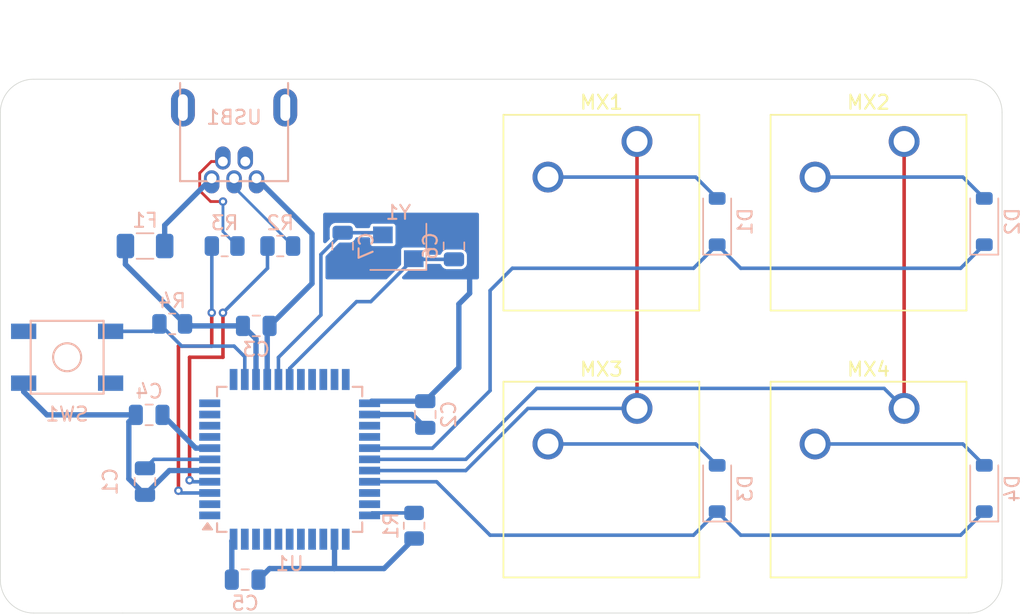
<source format=kicad_pcb>
(kicad_pcb (version 20241229) (generator "pcbnew") (generator_version "9.0")
  (layers (0 "F.Cu" signal) (2 "B.Cu" signal) (13 "F.Paste" user) (15 "B.Paste" user) (5 "F.SilkS" user "F.Silkscreen") (7 "B.SilkS" user "B.Silkscreen") (1 "F.Mask" user) (3 "B.Mask" user) (25 "Edge.Cuts" user))
  (net 0 "")
  (net 1 "GND")
  (net 2 "Net-(U1-UCAP)")
  (net 3 "+5V")
  (net 4 "Net-(U1-XTAL1)")
  (net 5 "Net-(U1-XTAL2)")
  (net 6 "/ROW0")
  (net 7 "Net-(D1-A)")
  (net 8 "Net-(D2-A)")
  (net 9 "/ROW1")
  (net 10 "Net-(D3-A)")
  (net 11 "Net-(D4-A)")
  (net 12 "VCC")
  (net 13 "/COL0")
  (net 14 "/COL1")
  (net 15 "Net-(U1-~{HWB}{slash}PE2)")
  (net 16 "Net-(U1-D+)")
  (net 17 "/D+")
  (net 18 "/D-")
  (net 19 "Net-(U1-D-)")
  (net 20 "Net-(U1-~{RESET})")
  (footprint "Button_Switch_Keyboard:SW_Cherry_MX_1.00u_PCB" (layer "F.Cu") (at 69.215 29.845)
    (property "Reference" "MX1" (at -2.54 -2.794 0) (layer "F.SilkS"))
    (property "Value" "MX-NoLED")
    (fp_line (start -9.525 -1.905) (end 4.445 -1.905) (stroke (width 0.12)) (layer "F.SilkS"))
    (fp_line (start -9.525 12.065) (end -9.525 -1.905) (stroke (width 0.12)) (layer "F.SilkS"))
    (fp_line (start 4.445 -1.905) (end 4.445 12.065) (stroke (width 0.12)) (layer "F.SilkS"))
    (fp_line (start 4.445 12.065) (end -9.525 12.065) (stroke (width 0.12)) (layer "F.SilkS"))
    (pad "" np_thru_hole circle (at -7.62 5.08) (size 1.7 1.7) (drill 1.7) (layers "*.Cu" "*.Mask"))
    (pad "" np_thru_hole circle (at -2.54 5.08) (size 4 4) (drill 4) (layers "*.Cu" "*.Mask"))
    (pad "" np_thru_hole circle (at 2.54 5.08) (size 1.7 1.7) (drill 1.7) (layers "*.Cu" "*.Mask"))
    (pad "1" thru_hole circle (at 0 0) (size 2.2 2.2) (drill 1.5) (layers "*.Cu" "*.Mask") (net 13 "/COL0"))
    (pad "2" thru_hole circle (at -6.35 2.54) (size 2.2 2.2) (drill 1.5) (layers "*.Cu" "*.Mask") (net 7 "Net-(D1-A)"))
  )
  (footprint "Button_Switch_Keyboard:SW_Cherry_MX_1.00u_PCB" (layer "F.Cu") (at 69.215 48.895)
    (property "Reference" "MX3" (at -2.54 -2.794 0) (layer "F.SilkS"))
    (property "Value" "MX-NoLED")
    (fp_line (start -9.525 -1.905) (end 4.445 -1.905) (stroke (width 0.12)) (layer "F.SilkS"))
    (fp_line (start -9.525 12.065) (end -9.525 -1.905) (stroke (width 0.12)) (layer "F.SilkS"))
    (fp_line (start 4.445 -1.905) (end 4.445 12.065) (stroke (width 0.12)) (layer "F.SilkS"))
    (fp_line (start 4.445 12.065) (end -9.525 12.065) (stroke (width 0.12)) (layer "F.SilkS"))
    (pad "" np_thru_hole circle (at -7.62 5.08) (size 1.7 1.7) (drill 1.7) (layers "*.Cu" "*.Mask"))
    (pad "" np_thru_hole circle (at -2.54 5.08) (size 4 4) (drill 4) (layers "*.Cu" "*.Mask"))
    (pad "" np_thru_hole circle (at 2.54 5.08) (size 1.7 1.7) (drill 1.7) (layers "*.Cu" "*.Mask"))
    (pad "1" thru_hole circle (at 0 0) (size 2.2 2.2) (drill 1.5) (layers "*.Cu" "*.Mask") (net 13 "/COL0"))
    (pad "2" thru_hole circle (at -6.35 2.54) (size 2.2 2.2) (drill 1.5) (layers "*.Cu" "*.Mask") (net 10 "Net-(D3-A)"))
  )
  (footprint "Button_Switch_Keyboard:SW_Cherry_MX_1.00u_PCB" (layer "F.Cu") (at 88.265 48.895)
    (property "Reference" "MX4" (at -2.54 -2.794 0) (layer "F.SilkS"))
    (property "Value" "MX-NoLED")
    (fp_line (start -9.525 -1.905) (end 4.445 -1.905) (stroke (width 0.12)) (layer "F.SilkS"))
    (fp_line (start -9.525 12.065) (end -9.525 -1.905) (stroke (width 0.12)) (layer "F.SilkS"))
    (fp_line (start 4.445 -1.905) (end 4.445 12.065) (stroke (width 0.12)) (layer "F.SilkS"))
    (fp_line (start 4.445 12.065) (end -9.525 12.065) (stroke (width 0.12)) (layer "F.SilkS"))
    (pad "" np_thru_hole circle (at -7.62 5.08) (size 1.7 1.7) (drill 1.7) (layers "*.Cu" "*.Mask"))
    (pad "" np_thru_hole circle (at -2.54 5.08) (size 4 4) (drill 4) (layers "*.Cu" "*.Mask"))
    (pad "" np_thru_hole circle (at 2.54 5.08) (size 1.7 1.7) (drill 1.7) (layers "*.Cu" "*.Mask"))
    (pad "1" thru_hole circle (at 0 0) (size 2.2 2.2) (drill 1.5) (layers "*.Cu" "*.Mask") (net 14 "/COL1"))
    (pad "2" thru_hole circle (at -6.35 2.54) (size 2.2 2.2) (drill 1.5) (layers "*.Cu" "*.Mask") (net 11 "Net-(D4-A)"))
  )
  (footprint "Button_Switch_Keyboard:SW_Cherry_MX_1.00u_PCB" (layer "F.Cu") (at 88.265 29.845)
    (property "Reference" "MX2" (at -2.54 -2.794 0) (layer "F.SilkS"))
    (property "Value" "MX-NoLED")
    (fp_line (start -9.525 -1.905) (end 4.445 -1.905) (stroke (width 0.12)) (layer "F.SilkS"))
    (fp_line (start -9.525 12.065) (end -9.525 -1.905) (stroke (width 0.12)) (layer "F.SilkS"))
    (fp_line (start 4.445 -1.905) (end 4.445 12.065) (stroke (width 0.12)) (layer "F.SilkS"))
    (fp_line (start 4.445 12.065) (end -9.525 12.065) (stroke (width 0.12)) (layer "F.SilkS"))
    (pad "" np_thru_hole circle (at -7.62 5.08) (size 1.7 1.7) (drill 1.7) (layers "*.Cu" "*.Mask"))
    (pad "" np_thru_hole circle (at -2.54 5.08) (size 4 4) (drill 4) (layers "*.Cu" "*.Mask"))
    (pad "" np_thru_hole circle (at 2.54 5.08) (size 1.7 1.7) (drill 1.7) (layers "*.Cu" "*.Mask"))
    (pad "1" thru_hole circle (at 0 0) (size 2.2 2.2) (drill 1.5) (layers "*.Cu" "*.Mask") (net 14 "/COL1"))
    (pad "2" thru_hole circle (at -6.35 2.54) (size 2.2 2.2) (drill 1.5) (layers "*.Cu" "*.Mask") (net 8 "Net-(D2-A)"))
  )
  (footprint "Fuse:Fuse_1206_3216Metric" (layer "B.Cu") (at 34.13125 37.30625 180)
    (property "Reference" "F1" (at 0 1.83 0) (layer "B.SilkS") (effects (justify mirror)))
    (property "Value" "500mA")
    (fp_line (start -0.602064 0.91) (end 0.602064 0.91) (stroke (width 0.12)) (layer "B.SilkS"))
    (fp_line (start -0.602064 -0.91) (end 0.602064 -0.91) (stroke (width 0.12)) (layer "B.SilkS"))
    (pad "1" smd roundrect (at -1.4 0 180) (size 1.25 1.75) (layers "B.Cu" "B.Mask" "B.Paste") (roundrect_rratio 0.2) (net 12 "VCC"))
    (pad "2" smd roundrect (at 1.4 0 180) (size 1.25 1.75) (layers "B.Cu" "B.Mask" "B.Paste") (roundrect_rratio 0.2) (net 3 "+5V"))
  )
  (footprint "Capacitor_SMD:C_0805_2012Metric" (layer "B.Cu") (at 41.26875 61.11875)
    (property "Reference" "C5" (at 0 1.68 0) (layer "B.SilkS") (effects (justify mirror)))
    (property "Value" "10uF")
    (fp_line (start -0.261252 -0.735) (end 0.261252 -0.735) (stroke (width 0.12)) (layer "B.SilkS"))
    (fp_line (start -0.261252 0.735) (end 0.261252 0.735) (stroke (width 0.12)) (layer "B.SilkS"))
    (pad "1" smd roundrect (at -0.95 0) (size 1 1.45) (layers "B.Cu" "B.Mask" "B.Paste") (net 3 "+5V"))
    (pad "2" smd roundrect (at 0.95 0) (size 1 1.45) (layers "B.Cu" "B.Mask" "B.Paste") (net 1 "GND"))
  )
  (footprint "random-keyboard-parts:SKQG-1155865" (layer "B.Cu") (at 28.575 45.24375 180)
    (property "Reference" "SW1" (at 0 -4.064 0) (layer "B.SilkS") (effects (justify mirror)))
    (property "Value" "SW_Push")
    (fp_line (start 2.6 2.6) (end 2.6 -2.6) (stroke (width 0.15)) (layer "B.SilkS"))
    (fp_line (start 2.6 -2.6) (end -2.6 -2.6) (stroke (width 0.15)) (layer "B.SilkS"))
    (fp_line (start -2.6 2.6) (end 2.6 2.6) (stroke (width 0.15)) (layer "B.SilkS"))
    (fp_line (start -2.6 -2.6) (end -2.6 2.6) (stroke (width 0.15)) (layer "B.SilkS"))
    (fp_circle (center 0 0) (end 1 0) (stroke (width 0.15)) (fill no) (layer "B.SilkS"))
    (pad "1" smd rect (at 3.1 -1.85 180) (size 1.8 1.1) (layers "B.Cu" "B.Mask" "B.Paste") (net 1 "GND"))
    (pad "2" smd rect (at -3.1 1.85 180) (size 1.8 1.1) (layers "B.Cu" "B.Mask" "B.Paste") (net 20 "Net-(U1-~{RESET})"))
    (pad "3" smd rect (at 3.1 1.85 180) (size 1.8 1.1) (layers "B.Cu" "B.Mask" "B.Paste"))
    (pad "4" smd rect (at -3.1 -1.85 180) (size 1.8 1.1) (layers "B.Cu" "B.Mask" "B.Paste"))
  )
  (footprint "Capacitor_SMD:C_0805_2012Metric" (layer "B.Cu") (at 42.0625 43.00625)
    (property "Reference" "C3" (at 0 1.68 0) (layer "B.SilkS") (effects (justify mirror)))
    (property "Value" "0.1uF")
    (fp_line (start -0.261252 -0.735) (end 0.261252 -0.735) (stroke (width 0.12)) (layer "B.SilkS"))
    (fp_line (start -0.261252 0.735) (end 0.261252 0.735) (stroke (width 0.12)) (layer "B.SilkS"))
    (pad "1" smd roundrect (at -0.95 0) (size 1 1.45) (layers "B.Cu" "B.Mask" "B.Paste") (net 3 "+5V"))
    (pad "2" smd roundrect (at 0.95 0) (size 1 1.45) (layers "B.Cu" "B.Mask" "B.Paste") (net 1 "GND"))
  )
  (footprint "Resistor_SMD:R_0805_2012Metric" (layer "B.Cu") (at 36.06875 42.8625 180)
    (property "Reference" "R4" (at 0 1.65 0) (layer "B.SilkS") (effects (justify mirror)))
    (property "Value" "10k")
    (fp_line (start -0.227064 0.735) (end 0.227064 0.735) (stroke (width 0.12)) (layer "B.SilkS"))
    (fp_line (start -0.227064 -0.735) (end 0.227064 -0.735) (stroke (width 0.12)) (layer "B.SilkS"))
    (pad "1" smd roundrect (at -0.9125 0 180) (size 1.025 1.4) (layers "B.Cu" "B.Mask" "B.Paste") (roundrect_rratio 0.243902) (net 3 "+5V"))
    (pad "2" smd roundrect (at 0.9125 0 180) (size 1.025 1.4) (layers "B.Cu" "B.Mask" "B.Paste") (roundrect_rratio 0.243902) (net 20 "Net-(U1-~{RESET})"))
  )
  (footprint "Crystal:Crystal_SMD_3225-4Pin_3.2x2.5mm" (layer "B.Cu") (at 52.192625 37.3625 180)
    (property "Reference" "Y1" (at 0 2.45 0) (layer "B.SilkS") (effects (justify mirror)))
    (property "Value" "16MHz")
    (fp_line (start -2 1.65) (end -2 -1.65) (stroke (width 0.12)) (layer "B.SilkS"))
    (fp_line (start -2 -1.65) (end 2 -1.65) (stroke (width 0.12)) (layer "B.SilkS"))
    (pad "1" smd rect (at -1.1 -0.85 180) (size 1.4 1.2) (layers "B.Cu" "B.Mask" "B.Paste") (net 4 "Net-(U1-XTAL1)"))
    (pad "2" smd rect (at 1.1 -0.85 180) (size 1.4 1.2) (layers "B.Cu" "B.Mask" "B.Paste") (net 1 "GND"))
    (pad "3" smd rect (at 1.1 0.85 180) (size 1.4 1.2) (layers "B.Cu" "B.Mask" "B.Paste") (net 5 "Net-(U1-XTAL2)"))
    (pad "4" smd rect (at -1.1 0.85 180) (size 1.4 1.2) (layers "B.Cu" "B.Mask" "B.Paste") (net 1 "GND"))
  )
  (footprint "Diode_SMD:D_SOD-123" (layer "B.Cu") (at 93.98 35.559 90)
    (property "Reference" "D2" (at 0 2 90) (layer "B.SilkS") (effects (justify mirror)))
    (property "Value" "D_Small")
    (fp_line (start -2.36 -1) (end 1.65 -1) (stroke (width 0.12)) (layer "B.SilkS"))
    (fp_line (start -2.36 1) (end -2.36 -1) (stroke (width 0.12)) (layer "B.SilkS"))
    (fp_line (start -2.36 1) (end 1.65 1) (stroke (width 0.12)) (layer "B.SilkS"))
    (pad "1" smd roundrect (at -1.65 0 90) (size 0.9 1.2) (layers "B.Cu" "B.Mask" "B.Paste") (net 6 "/ROW0"))
    (pad "2" smd roundrect (at 1.65 0 90) (size 0.9 1.2) (layers "B.Cu" "B.Mask" "B.Paste") (net 8 "Net-(D2-A)"))
  )
  (footprint "Diode_SMD:D_SOD-123" (layer "B.Cu") (at 93.98 54.609 90)
    (property "Reference" "D4" (at 0 2 90) (layer "B.SilkS") (effects (justify mirror)))
    (property "Value" "D_Small")
    (fp_line (start -2.36 -1) (end 1.65 -1) (stroke (width 0.12)) (layer "B.SilkS"))
    (fp_line (start -2.36 1) (end -2.36 -1) (stroke (width 0.12)) (layer "B.SilkS"))
    (fp_line (start -2.36 1) (end 1.65 1) (stroke (width 0.12)) (layer "B.SilkS"))
    (pad "1" smd roundrect (at -1.65 0 90) (size 0.9 1.2) (layers "B.Cu" "B.Mask" "B.Paste") (net 9 "/ROW1"))
    (pad "2" smd roundrect (at 1.65 0 90) (size 0.9 1.2) (layers "B.Cu" "B.Mask" "B.Paste") (net 11 "Net-(D4-A)"))
  )
  (footprint "Capacitor_SMD:C_0805_2012Metric" (layer "B.Cu") (at 48.223875 37.30625 90)
    (property "Reference" "C7" (at 0 1.68 90) (layer "B.SilkS") (effects (justify mirror)))
    (property "Value" "22pF" (hide yes))
    (fp_line (start -0.261252 -0.735) (end 0.261252 -0.735) (stroke (width 0.12)) (layer "B.SilkS"))
    (fp_line (start -0.261252 0.735) (end 0.261252 0.735) (stroke (width 0.12)) (layer "B.SilkS"))
    (pad "1" smd roundrect (at -0.95 0 90) (size 1 1.45) (layers "B.Cu" "B.Mask" "B.Paste") (net 1 "GND"))
    (pad "2" smd roundrect (at 0.95 0 90) (size 1 1.45) (layers "B.Cu" "B.Mask" "B.Paste") (net 5 "Net-(U1-XTAL2)"))
  )
  (footprint "Resistor_SMD:R_0805_2012Metric" (layer "B.Cu") (at 39.80625 37.30625 180)
    (property "Reference" "R3" (at 0 1.65 0) (layer "B.SilkS") (effects (justify mirror)))
    (property "Value" "22")
    (fp_line (start -0.227064 0.735) (end 0.227064 0.735) (stroke (width 0.12)) (layer "B.SilkS"))
    (fp_line (start -0.227064 -0.735) (end 0.227064 -0.735) (stroke (width 0.12)) (layer "B.SilkS"))
    (pad "1" smd roundrect (at -0.9125 0 180) (size 1.025 1.4) (layers "B.Cu" "B.Mask" "B.Paste") (roundrect_rratio 0.243902) (net 18 "/D-"))
    (pad "2" smd roundrect (at 0.9125 0 180) (size 1.025 1.4) (layers "B.Cu" "B.Mask" "B.Paste") (roundrect_rratio 0.243902) (net 19 "Net-(U1-D-)"))
  )
  (footprint "Diode_SMD:D_SOD-123" (layer "B.Cu") (at 74.93 54.609 90)
    (property "Reference" "D3" (at 0 2 90) (layer "B.SilkS") (effects (justify mirror)))
    (property "Value" "D_Small")
    (fp_line (start -2.36 -1) (end 1.65 -1) (stroke (width 0.12)) (layer "B.SilkS"))
    (fp_line (start -2.36 1) (end -2.36 -1) (stroke (width 0.12)) (layer "B.SilkS"))
    (fp_line (start -2.36 1) (end 1.65 1) (stroke (width 0.12)) (layer "B.SilkS"))
    (pad "1" smd roundrect (at -1.65 0 90) (size 0.9 1.2) (layers "B.Cu" "B.Mask" "B.Paste") (net 9 "/ROW1"))
    (pad "2" smd roundrect (at 1.65 0 90) (size 0.9 1.2) (layers "B.Cu" "B.Mask" "B.Paste") (net 10 "Net-(D3-A)"))
  )
  (footprint "Resistor_SMD:R_0805_2012Metric" (layer "B.Cu") (at 53.31875 57.26875 -90)
    (property "Reference" "R1" (at 0 1.65 90) (layer "B.SilkS") (effects (justify mirror)))
    (property "Value" "10k")
    (fp_line (start -0.227064 0.735) (end 0.227064 0.735) (stroke (width 0.12)) (layer "B.SilkS"))
    (fp_line (start -0.227064 -0.735) (end 0.227064 -0.735) (stroke (width 0.12)) (layer "B.SilkS"))
    (pad "1" smd roundrect (at -0.9125 0 270) (size 1.025 1.4) (layers "B.Cu" "B.Mask" "B.Paste") (roundrect_rratio 0.243902) (net 15 "Net-(U1-~{HWB}{slash}PE2)"))
    (pad "2" smd roundrect (at 0.9125 0 270) (size 1.025 1.4) (layers "B.Cu" "B.Mask" "B.Paste") (roundrect_rratio 0.243902) (net 1 "GND"))
  )
  (footprint "Capacitor_SMD:C_0805_2012Metric" (layer "B.Cu") (at 34.125 54.11875 -90)
    (property "Reference" "C1" (at 0 2.47375 90) (layer "B.SilkS") (effects (justify mirror)))
    (property "Value" "C_Small")
    (fp_line (start -0.261252 0.735) (end 0.261252 0.735) (stroke (width 0.12)) (layer "B.SilkS"))
    (fp_line (start -0.261252 -0.735) (end 0.261252 -0.735) (stroke (width 0.12)) (layer "B.SilkS"))
    (pad "1" smd roundrect (at -0.95 0 270) (size 1 1.45) (layers "B.Cu" "B.Mask" "B.Paste") (net 2 "Net-(U1-UCAP)"))
    (pad "2" smd roundrect (at 0.95 0 270) (size 1 1.45) (layers "B.Cu" "B.Mask" "B.Paste") (net 1 "GND"))
  )
  (footprint "Diode_SMD:D_SOD-123" (layer "B.Cu") (at 74.93 35.561 90)
    (property "Reference" "D1" (at 0 2 90) (layer "B.SilkS") (effects (justify mirror)))
    (property "Value" "D_Small")
    (fp_line (start -2.36 -1) (end 1.65 -1) (stroke (width 0.12)) (layer "B.SilkS"))
    (fp_line (start -2.36 1) (end -2.36 -1) (stroke (width 0.12)) (layer "B.SilkS"))
    (fp_line (start -2.36 1) (end 1.65 1) (stroke (width 0.12)) (layer "B.SilkS"))
    (pad "1" smd roundrect (at -1.65 0 90) (size 0.9 1.2) (layers "B.Cu" "B.Mask" "B.Paste") (net 6 "/ROW0"))
    (pad "2" smd roundrect (at 1.65 0 90) (size 0.9 1.2) (layers "B.Cu" "B.Mask" "B.Paste") (net 7 "Net-(D1-A)"))
  )
  (footprint "random-keyboard-parts:Molex-0548190519" (layer "B.Cu") (at 40.48125 25.675 -90)
    (property "Reference" "USB1")
    (property "Value" "Molex-0548190519")
    (fp_line (start 0 3.85) (end 7 3.85) (stroke (width 0.15)) (layer "B.SilkS"))
    (fp_line (start 7 3.85) (end 7 -3.85) (stroke (width 0.15)) (layer "B.SilkS"))
    (fp_line (start 7 -3.85) (end 0 -3.85) (stroke (width 0.15)) (layer "B.SilkS"))
    (fp_text user "${REFERENCE}" (at 2.45 0 180) (layer "B.SilkS") (effects (justify mirror)))
    (pad "1" thru_hole oval (at 6.8 -1.6 270) (size 1.65 1.1) (drill oval 0.7 (offset 0.25 0)) (layers "*.Cu" "F.Mask") (net 1 "GND"))
    (pad "2" thru_hole oval (at 5.6 -0.8 90) (size 1.65 1.1) (drill oval 0.7 (offset 0.25 0)) (layers "*.Cu" "F.Mask"))
    (pad "3" thru_hole oval (at 6.8 0 270) (size 1.65 1.1) (drill oval 0.7 (offset 0.25 0)) (layers "*.Cu" "F.Mask") (net 17 "/D+"))
    (pad "4" thru_hole oval (at 5.6 0.8 90) (size 1.65 1.1) (drill oval 0.7 (offset 0.25 0)) (layers "*.Cu" "F.Mask") (net 18 "/D-"))
    (pad "5" thru_hole oval (at 6.8 1.6 270) (size 1.65 1.1) (drill oval 0.7 (offset 0.25 0)) (layers "*.Cu" "F.Mask") (net 12 "VCC"))
    (pad "6" thru_hole oval (at 1.75 -3.65 270) (size 2.7 1.7) (drill oval 1.9 0.7) (layers "*.Cu" "*.Mask"))
    (pad "6" thru_hole oval (at 1.75 3.65 270) (size 2.7 1.7) (drill oval 1.9 0.7) (layers "*.Cu" "*.Mask"))
  )
  (footprint "Capacitor_SMD:C_0805_2012Metric" (layer "B.Cu") (at 54.1125 49.33125 90)
    (property "Reference" "C2" (at 0 1.68 90) (layer "B.SilkS") (effects (justify mirror)))
    (property "Value" "0.1uF")
    (fp_line (start -0.261252 -0.735) (end 0.261252 -0.735) (stroke (width 0.12)) (layer "B.SilkS"))
    (fp_line (start -0.261252 0.735) (end 0.261252 0.735) (stroke (width 0.12)) (layer "B.SilkS"))
    (pad "1" smd roundrect (at -0.95 0 90) (size 1 1.45) (layers "B.Cu" "B.Mask" "B.Paste") (net 3 "+5V"))
    (pad "2" smd roundrect (at 0.95 0 90) (size 1 1.45) (layers "B.Cu" "B.Mask" "B.Paste") (net 1 "GND"))
  )
  (footprint "Capacitor_SMD:C_0805_2012Metric" (layer "B.Cu") (at 34.425 49.35625 180)
    (property "Reference" "C4" (at 0 1.68 0) (layer "B.SilkS") (effects (justify mirror)))
    (property "Value" "0.1uF")
    (fp_line (start -0.261252 0.735) (end 0.261252 0.735) (stroke (width 0.12)) (layer "B.SilkS"))
    (fp_line (start -0.261252 -0.735) (end 0.261252 -0.735) (stroke (width 0.12)) (layer "B.SilkS"))
    (pad "1" smd roundrect (at -0.95 0 180) (size 1 1.45) (layers "B.Cu" "B.Mask" "B.Paste") (net 3 "+5V"))
    (pad "2" smd roundrect (at 0.95 0 180) (size 1 1.45) (layers "B.Cu" "B.Mask" "B.Paste") (net 1 "GND"))
  )
  (footprint "Capacitor_SMD:C_0805_2012Metric" (layer "B.Cu") (at 56.161375 37.30625 -90)
    (property "Reference" "C6" (at 0 1.68 90) (layer "B.SilkS") (effects (justify mirror)))
    (property "Value" "22pF")
    (fp_line (start -0.261252 0.735) (end 0.261252 0.735) (stroke (width 0.12)) (layer "B.SilkS"))
    (fp_line (start -0.261252 -0.735) (end 0.261252 -0.735) (stroke (width 0.12)) (layer "B.SilkS"))
    (pad "1" smd roundrect (at -0.95 0 270) (size 1 1.45) (layers "B.Cu" "B.Mask" "B.Paste") (net 1 "GND"))
    (pad "2" smd roundrect (at 0.95 0 270) (size 1 1.45) (layers "B.Cu" "B.Mask" "B.Paste") (net 4 "Net-(U1-XTAL1)"))
  )
  (footprint "Package_QFP:TQFP-44_10x10mm_P0.8mm" (layer "B.Cu") (at 44.44375 52.53125)
    (property "Reference" "U1" (at 0 7.45 0) (layer "B.SilkS") (effects (justify mirror)))
    (property "Value" "ATmega32U4-A")
    (fp_line (start -5.175 -5.175) (end -5.175 -4.5) (stroke (width 0.15)) (layer "B.SilkS"))
    (fp_line (start -5.175 -5.175) (end -4.5 -5.175) (stroke (width 0.15)) (layer "B.SilkS"))
    (fp_line (start -5.175 5.175) (end -5.175 4.56) (stroke (width 0.15)) (layer "B.SilkS"))
    (fp_line (start -5.175 5.175) (end -4.5 5.175) (stroke (width 0.15)) (layer "B.SilkS"))
    (fp_line (start 5.175 -5.175) (end 4.5 -5.175) (stroke (width 0.15)) (layer "B.SilkS"))
    (fp_line (start 5.175 -5.175) (end 5.175 -4.5) (stroke (width 0.15)) (layer "B.SilkS"))
    (fp_line (start 5.175 5.175) (end 4.5 5.175) (stroke (width 0.15)) (layer "B.SilkS"))
    (fp_line (start 5.175 5.175) (end 5.175 4.5) (stroke (width 0.15)) (layer "B.SilkS"))
    (fp_poly (pts (xy -5.86 4.54) (xy -6.2 5.01) (xy -5.52 5.01) (xy -5.86 4.54)) (stroke (width 0.12)) (fill yes) (layer "B.SilkS"))
    (pad "1" smd rect (at -5.7 4) (size 1.5 0.55) (layers "B.Cu" "B.Mask" "B.Paste"))
    (pad "2" smd rect (at -5.7 3.2) (size 1.5 0.55) (layers "B.Cu" "B.Mask" "B.Paste") (net 3 "+5V"))
    (pad "3" smd rect (at -5.7 2.4) (size 1.5 0.55) (layers "B.Cu" "B.Mask" "B.Paste") (net 19 "Net-(U1-D-)"))
    (pad "4" smd rect (at -5.7 1.6) (size 1.5 0.55) (layers "B.Cu" "B.Mask" "B.Paste") (net 16 "Net-(U1-D+)"))
    (pad "5" smd rect (at -5.7 0.8) (size 1.5 0.55) (layers "B.Cu" "B.Mask" "B.Paste") (net 1 "GND"))
    (pad "6" smd rect (at -5.7 0) (size 1.5 0.55) (layers "B.Cu" "B.Mask" "B.Paste") (net 2 "Net-(U1-UCAP)"))
    (pad "7" smd rect (at -5.7 -0.8) (size 1.5 0.55) (layers "B.Cu" "B.Mask" "B.Paste") (net 3 "+5V"))
    (pad "8" smd rect (at -5.7 -1.6) (size 1.5 0.55) (layers "B.Cu" "B.Mask" "B.Paste"))
    (pad "9" smd rect (at -5.7 -2.4) (size 1.5 0.55) (layers "B.Cu" "B.Mask" "B.Paste"))
    (pad "10" smd rect (at -5.7 -3.2) (size 1.5 0.55) (layers "B.Cu" "B.Mask" "B.Paste"))
    (pad "11" smd rect (at -5.7 -4) (size 1.5 0.55) (layers "B.Cu" "B.Mask" "B.Paste"))
    (pad "12" smd rect (at -4 -5.7 270) (size 1.5 0.55) (layers "B.Cu" "B.Mask" "B.Paste"))
    (pad "13" smd rect (at -3.2 -5.7 270) (size 1.5 0.55) (layers "B.Cu" "B.Mask" "B.Paste") (net 20 "Net-(U1-~{RESET})"))
    (pad "14" smd rect (at -2.4 -5.7 270) (size 1.5 0.55) (layers "B.Cu" "B.Mask" "B.Paste") (net 3 "+5V"))
    (pad "15" smd rect (at -1.6 -5.7 270) (size 1.5 0.55) (layers "B.Cu" "B.Mask" "B.Paste") (net 1 "GND"))
    (pad "16" smd rect (at -0.8 -5.7 270) (size 1.5 0.55) (layers "B.Cu" "B.Mask" "B.Paste") (net 5 "Net-(U1-XTAL2)"))
    (pad "17" smd rect (at 0 -5.7 270) (size 1.5 0.55) (layers "B.Cu" "B.Mask" "B.Paste") (net 4 "Net-(U1-XTAL1)"))
    (pad "18" smd rect (at 0.8 -5.7 270) (size 1.5 0.55) (layers "B.Cu" "B.Mask" "B.Paste"))
    (pad "19" smd rect (at 1.6 -5.7 270) (size 1.5 0.55) (layers "B.Cu" "B.Mask" "B.Paste"))
    (pad "20" smd rect (at 2.4 -5.7 270) (size 1.5 0.55) (layers "B.Cu" "B.Mask" "B.Paste"))
    (pad "21" smd rect (at 3.2 -5.7 270) (size 1.5 0.55) (layers "B.Cu" "B.Mask" "B.Paste"))
    (pad "22" smd rect (at 4 -5.7 270) (size 1.5 0.55) (layers "B.Cu" "B.Mask" "B.Paste"))
    (pad "23" smd rect (at 5.7 -4) (size 1.5 0.55) (layers "B.Cu" "B.Mask" "B.Paste") (net 1 "GND"))
    (pad "24" smd rect (at 5.7 -3.2) (size 1.5 0.55) (layers "B.Cu" "B.Mask" "B.Paste") (net 3 "+5V"))
    (pad "25" smd rect (at 5.7 -2.4) (size 1.5 0.55) (layers "B.Cu" "B.Mask" "B.Paste"))
    (pad "26" smd rect (at 5.7 -1.6) (size 1.5 0.55) (layers "B.Cu" "B.Mask" "B.Paste"))
    (pad "27" smd rect (at 5.7 -0.8) (size 1.5 0.55) (layers "B.Cu" "B.Mask" "B.Paste") (net 6 "/ROW0"))
    (pad "28" smd rect (at 5.7 0) (size 1.5 0.55) (layers "B.Cu" "B.Mask" "B.Paste") (net 14 "/COL1"))
    (pad "29" smd rect (at 5.7 0.8) (size 1.5 0.55) (layers "B.Cu" "B.Mask" "B.Paste") (net 13 "/COL0"))
    (pad "30" smd rect (at 5.7 1.6) (size 1.5 0.55) (layers "B.Cu" "B.Mask" "B.Paste") (net 9 "/ROW1"))
    (pad "31" smd rect (at 5.7 2.4) (size 1.5 0.55) (layers "B.Cu" "B.Mask" "B.Paste"))
    (pad "32" smd rect (at 5.7 3.2) (size 1.5 0.55) (layers "B.Cu" "B.Mask" "B.Paste"))
    (pad "33" smd rect (at 5.7 4) (size 1.5 0.55) (layers "B.Cu" "B.Mask" "B.Paste") (net 15 "Net-(U1-~{HWB}{slash}PE2)"))
    (pad "34" smd rect (at 4 5.7 270) (size 1.5 0.55) (layers "B.Cu" "B.Mask" "B.Paste") (net 3 "+5V"))
    (pad "35" smd rect (at 3.2 5.7 270) (size 1.5 0.55) (layers "B.Cu" "B.Mask" "B.Paste") (net 1 "GND"))
    (pad "36" smd rect (at 2.4 5.7 270) (size 1.5 0.55) (layers "B.Cu" "B.Mask" "B.Paste"))
    (pad "37" smd rect (at 1.6 5.7 270) (size 1.5 0.55) (layers "B.Cu" "B.Mask" "B.Paste"))
    (pad "38" smd rect (at 0.8 5.7 270) (size 1.5 0.55) (layers "B.Cu" "B.Mask" "B.Paste"))
    (pad "39" smd rect (at 0 5.7 270) (size 1.5 0.55) (layers "B.Cu" "B.Mask" "B.Paste"))
    (pad "40" smd rect (at -0.8 5.7 270) (size 1.5 0.55) (layers "B.Cu" "B.Mask" "B.Paste"))
    (pad "41" smd rect (at -1.6 5.7 270) (size 1.5 0.55) (layers "B.Cu" "B.Mask" "B.Paste"))
    (pad "42" smd rect (at -2.4 5.7 270) (size 1.5 0.55) (layers "B.Cu" "B.Mask" "B.Paste"))
    (pad "43" smd rect (at -3.2 5.7 270) (size 1.5 0.55) (layers "B.Cu" "B.Mask" "B.Paste") (net 1 "GND"))
    (pad "44" smd rect (at -4 5.7 270) (size 1.5 0.55) (layers "B.Cu" "B.Mask" "B.Paste") (net 3 "+5V"))
  )
  (footprint "Resistor_SMD:R_0805_2012Metric" (layer "B.Cu") (at 43.775 37.30625 180)
    (property "Reference" "R2" (at 0 1.65 0) (layer "B.SilkS") (effects (justify mirror)))
    (property "Value" "22")
    (fp_line (start -0.227064 0.735) (end 0.227064 0.735) (stroke (width 0.12)) (layer "B.SilkS"))
    (fp_line (start -0.227064 -0.735) (end 0.227064 -0.735) (stroke (width 0.12)) (layer "B.SilkS"))
    (pad "1" smd roundrect (at -0.9125 0 180) (size 1.025 1.4) (layers "B.Cu" "B.Mask" "B.Paste") (roundrect_rratio 0.243902) (net 17 "/D+"))
    (pad "2" smd roundrect (at 0.9125 0 180) (size 1.025 1.4) (layers "B.Cu" "B.Mask" "B.Paste") (roundrect_rratio 0.243902) (net 16 "Net-(U1-D+)"))
  )
  (gr_line (start 32.54375 63.5) (end 26.19375 63.5) (stroke (width 0.05)) (layer "Edge.Cuts"))
  (gr_line (start 23.8125 27.78125) (end 23.8125 61.11875) (stroke (width 0.05)) (layer "Edge.Cuts"))
  (gr_arc (start 26.19375 63.5) (mid 24.509952 62.802548) (end 23.8125 61.11875) (stroke (width 0.05)) (layer "Edge.Cuts"))
  (gr_line (start 92.86875 63.5) (end 32.54375 63.5) (stroke (width 0.05)) (layer "Edge.Cuts"))
  (gr_line (start 32.54375 25.4) (end 92.86875 25.4) (stroke (width 0.05)) (layer "Edge.Cuts"))
  (gr_arc (start 95.25 61.11875) (mid 94.552548 62.802548) (end 92.86875 63.5) (stroke (width 0.05)) (layer "Edge.Cuts"))
  (gr_line (start 95.25 27.78125) (end 95.25 61.11875) (stroke (width 0.05)) (layer "Edge.Cuts"))
  (gr_line (start 32.54375 25.4) (end 26.19375 25.4) (stroke (width 0.05)) (layer "Edge.Cuts"))
  (gr_arc (start 23.8125 27.78125) (mid 24.509952 26.097452) (end 26.19375 25.4) (stroke (width 0.05)) (layer "Edge.Cuts"))
  (gr_arc (start 92.86875 25.4) (mid 94.552548 26.097452) (end 95.25 27.78125) (stroke (width 0.05)) (layer "Edge.Cuts"))
  (segment (start 51.369875 38.2125) (end 53.069875 36.5125) (width 0.381) (layer "B.Cu") (net 1))
  (segment (start 51.175 60.325) (end 47.625 60.325) (width 0.381) (layer "B.Cu") (net 1))
  (segment (start 46.0375 39.98125) (end 43.0125 43.00625) (width 0.381) (layer "B.Cu") (net 1))
  (segment (start 53.31875 58.18125) (end 51.175 60.325) (width 0.381) (layer "B.Cu") (net 1))
  (segment (start 47.625 60.325) (end 43.0125 60.325) (width 0.381) (layer "B.Cu") (net 1))
  (segment (start 57.277875 40.680125) (end 56.51025 41.44775) (width 0.381) (layer "B.Cu") (net 1))
  (segment (start 48.223875 38.25625) (end 51.048875 38.25625) (width 0.381) (layer "B.Cu") (net 1))
  (segment (start 33.475 49.35625) (end 32.975062 49.856188) (width 0.381) (layer "B.Cu") (net 1))
  (segment (start 53.069875 36.5125) (end 53.292625 36.5125) (width 0.381) (layer "B.Cu") (net 1))
  (segment (start 46.0375 36.43125) (end 46.0375 39.98125) (width 0.381) (layer "B.Cu") (net 1))
  (segment (start 57.277875 37.47275) (end 57.277875 40.680125) (width 0.381) (layer "B.Cu") (net 1))
  (segment (start 56.51025 41.44775) (end 56.51025 45.9835) (width 0.381) (layer "B.Cu") (net 1))
  (segment (start 42.84375 43.175) (end 42.84375 46.83125) (width 0.381) (layer "B.Cu") (net 1))
  (segment (start 56.161375 36.35625) (end 57.277875 37.47275) (width 0.381) (layer "B.Cu") (net 1))
  (segment (start 25.475 47.7) (end 27.13125 49.35625) (width 0.381) (layer "B.Cu") (net 1))
  (segment (start 25.475 47.09375) (end 25.475 47.7) (width 0.381) (layer "B.Cu") (net 1))
  (segment (start 32.975062 49.856188) (end 32.975062 53.918812) (width 0.381) (layer "B.Cu") (net 1))
  (segment (start 34.125 55.06875) (end 35.8625 53.33125) (width 0.381) (layer "B.Cu") (net 1))
  (segment (start 42.08125 32.475) (end 46.0375 36.43125) (width 0.381) (layer "B.Cu") (net 1))
  (segment (start 43.0125 60.325) (end 42.21875 61.11875) (width 0.381) (layer "B.Cu") (net 1))
  (segment (start 47.64375 60.30625) (end 47.625 60.325) (width 0.381) (layer "B.Cu") (net 1))
  (segment (start 56.51025 45.9835) (end 54.1125 48.38125) (width 0.381) (layer "B.Cu") (net 1))
  (segment (start 51.092625 38.2125) (end 51.369875 38.2125) (width 0.381) (layer "B.Cu") (net 1))
  (segment (start 27.13125 49.35625) (end 33.475 49.35625) (width 0.381) (layer "B.Cu") (net 1))
  (segment (start 47.64375 58.23125) (end 47.64375 60.30625) (width 0.381) (layer "B.Cu") (net 1))
  (segment (start 51.048875 38.25625) (end 51.092625 38.2125) (width 0.381) (layer "B.Cu") (net 1))
  (segment (start 54.1125 48.38125) (end 50.29375 48.38125) (width 0.381) (layer "B.Cu") (net 1))
  (segment (start 43.0125 43.00625) (end 42.84375 43.175) (width 0.381) (layer "B.Cu") (net 1))
  (segment (start 53.292625 36.5125) (end 56.005125 36.5125) (width 0.381) (layer "B.Cu") (net 1))
  (segment (start 32.975062 53.918812) (end 34.125 55.06875) (width 0.381) (layer "B.Cu") (net 1))
  (segment (start 50.29375 48.38125) (end 50.14375 48.53125) (width 0.381) (layer "B.Cu") (net 1))
  (segment (start 56.005125 36.5125) (end 56.161375 36.35625) (width 0.381) (layer "B.Cu") (net 1))
  (segment (start 35.8625 53.33125) (end 38.74375 53.33125) (width 0.381) (layer "B.Cu") (net 1))
  (segment (start 34.7625 52.53125) (end 38.74375 52.53125) (width 0.254) (layer "B.Cu") (net 2))
  (segment (start 34.125 53.16875) (end 34.7625 52.53125) (width 0.254) (layer "B.Cu") (net 2))
  (segment (start 41.1125 43.00625) (end 42.04375 43.9375) (width 0.381) (layer "B.Cu") (net 3))
  (segment (start 40.31875 58.35625) (end 40.44375 58.23125) (width 0.381) (layer "B.Cu") (net 3))
  (segment (start 37.45 43.00625) (end 41.1125 43.00625) (width 0.381) (layer "B.Cu") (net 3))
  (segment (start 53.1625 49.33125) (end 50.14375 49.33125) (width 0.381) (layer "B.Cu") (net 3))
  (segment (start 35.375 49.35625) (end 37.75 51.73125) (width 0.381) (layer "B.Cu") (net 3))
  (segment (start 37.30625 42.8625) (end 37.45 43.00625) (width 0.381) (layer "B.Cu") (net 3))
  (segment (start 42.04375 43.9375) (end 42.04375 46.83125) (width 0.381) (layer "B.Cu") (net 3))
  (segment (start 54.1125 50.28125) (end 53.1625 49.33125) (width 0.381) (layer "B.Cu") (net 3))
  (segment (start 36.98125 42.8625) (end 37.30625 42.8625) (width 0.381) (layer "B.Cu") (net 3))
  (segment (start 32.73125 38.6125) (end 36.98125 42.8625) (width 0.381) (layer "B.Cu") (net 3))
  (segment (start 40.96875 42.8625) (end 41.1125 43.00625) (width 0.381) (layer "B.Cu") (net 3))
  (segment (start 37.75 51.73125) (end 38.74375 51.73125) (width 0.381) (layer "B.Cu") (net 3))
  (segment (start 40.31875 61.11875) (end 40.31875 58.35625) (width 0.381) (layer "B.Cu") (net 3))
  (segment (start 32.73125 37.30625) (end 32.73125 38.6125) (width 0.381) (layer "B.Cu") (net 3))
  (segment (start 53.292625 38.2125) (end 50.230125 41.275) (width 0.254) (layer "B.Cu") (net 4))
  (segment (start 56.161375 38.25625) (end 53.336375 38.25625) (width 0.254) (layer "B.Cu") (net 4))
  (segment (start 50.230125 41.275) (end 49.2125 41.275) (width 0.254) (layer "B.Cu") (net 4))
  (segment (start 44.44375 46.04375) (end 44.44375 46.83125) (width 0.254) (layer "B.Cu") (net 4))
  (segment (start 53.336375 38.25625) (end 53.292625 38.2125) (width 0.254) (layer "B.Cu") (net 4))
  (segment (start 49.2125 41.275) (end 44.44375 46.04375) (width 0.254) (layer "B.Cu") (net 4))
  (segment (start 48.223875 36.35625) (end 50.936375 36.35625) (width 0.254) (layer "B.Cu") (net 5))
  (segment (start 46.671875 42.228125) (end 43.64375 45.25625) (width 0.254) (layer "B.Cu") (net 5))
  (segment (start 50.936375 36.35625) (end 51.092625 36.5125) (width 0.254) (layer "B.Cu") (net 5))
  (segment (start 48.223875 36.35625) (end 46.671875 37.90825) (width 0.254) (layer "B.Cu") (net 5))
  (segment (start 43.64375 45.25625) (end 43.64375 46.83125) (width 0.254) (layer "B.Cu") (net 5))
  (segment (start 46.671875 37.90825) (end 46.671875 42.228125) (width 0.254) (layer "B.Cu") (net 5))
  (segment (start 73.24725 38.89375) (end 74.93 37.211) (width 0.254) (layer "B.Cu") (net 6))
  (segment (start 92.29525 38.89375) (end 93.98 37.209) (width 0.254) (layer "B.Cu") (net 6))
  (segment (start 74.93 37.211) (end 76.61275 38.89375) (width 0.254) (layer "B.Cu") (net 6))
  (segment (start 60.325 38.89375) (end 73.24725 38.89375) (width 0.254) (layer "B.Cu") (net 6))
  (segment (start 50.14375 51.73125) (end 54.63125 51.73125) (width 0.254) (layer "B.Cu") (net 6))
  (segment (start 54.63125 51.73125) (end 58.7375 47.625) (width 0.254) (layer "B.Cu") (net 6))
  (segment (start 76.61275 38.89375) (end 92.29525 38.89375) (width 0.254) (layer "B.Cu") (net 6))
  (segment (start 58.7375 40.48125) (end 60.325 38.89375) (width 0.254) (layer "B.Cu") (net 6))
  (segment (start 58.7375 47.625) (end 58.7375 40.48125) (width 0.254) (layer "B.Cu") (net 6))
  (segment (start 74.93 33.911) (end 73.404 32.385) (width 0.254) (layer "B.Cu") (net 7))
  (segment (start 73.404 32.385) (end 62.865 32.385) (width 0.254) (layer "B.Cu") (net 7))
  (segment (start 93.98 33.909) (end 92.456 32.385) (width 0.254) (layer "B.Cu") (net 8))
  (segment (start 92.456 32.385) (end 81.915 32.385) (width 0.254) (layer "B.Cu") (net 8))
  (segment (start 76.61475 57.94375) (end 92.29525 57.94375) (width 0.254) (layer "B.Cu") (net 9))
  (segment (start 74.93 56.259) (end 76.61475 57.94375) (width 0.254) (layer "B.Cu") (net 9))
  (segment (start 54.925 54.13125) (end 58.7375 57.94375) (width 0.254) (layer "B.Cu") (net 9))
  (segment (start 58.7375 57.94375) (end 73.24525 57.94375) (width 0.254) (layer "B.Cu") (net 9))
  (segment (start 73.24525 57.94375) (end 74.93 56.259) (width 0.254) (layer "B.Cu") (net 9))
  (segment (start 92.29525 57.94375) (end 93.98 56.259) (width 0.254) (layer "B.Cu") (net 9))
  (segment (start 50.14375 54.13125) (end 54.925 54.13125) (width 0.254) (layer "B.Cu") (net 9))
  (segment (start 73.406 51.435) (end 62.865 51.435) (width 0.254) (layer "B.Cu") (net 10))
  (segment (start 74.93 52.959) (end 73.406 51.435) (width 0.254) (layer "B.Cu") (net 10))
  (segment (start 92.456 51.435) (end 81.915 51.435) (width 0.254) (layer "B.Cu") (net 11))
  (segment (start 93.98 52.959) (end 92.456 51.435) (width 0.254) (layer "B.Cu") (net 11))
  (segment (start 35.53125 37.30625) (end 35.53125 35.825) (width 0.381) (layer "B.Cu") (net 12))
  (segment (start 35.53125 35.825) (end 38.88125 32.475) (width 0.381) (layer "B.Cu") (net 12))
  (segment (start 69.215 29.845) (end 69.215 48.895) (width 0.254) (layer "F.Cu") (net 13))
  (segment (start 61.43625 48.895) (end 69.215 48.895) (width 0.254) (layer "B.Cu") (net 13))
  (segment (start 57 53.33125) (end 61.43625 48.895) (width 0.254) (layer "B.Cu") (net 13))
  (segment (start 50.14375 53.33125) (end 57 53.33125) (width 0.254) (layer "B.Cu") (net 13))
  (segment (start 88.265 29.845) (end 88.265 48.895) (width 0.254) (layer "F.Cu") (net 14))
  (segment (start 57.00625 52.53125) (end 50.14375 52.53125) (width 0.254) (layer "B.Cu") (net 14))
  (segment (start 62.0705 47.467) (end 57.00625 52.53125) (width 0.254) (layer "B.Cu") (net 14))
  (segment (start 86.837 47.467) (end 62.0705 47.467) (width 0.254) (layer "B.Cu") (net 14))
  (segment (start 88.265 48.895) (end 86.837 47.467) (width 0.254) (layer "B.Cu") (net 14))
  (segment (start 50.31875 56.35625) (end 50.14375 56.53125) (width 0.254) (layer "B.Cu") (net 15))
  (segment (start 53.31875 56.35625) (end 50.31875 56.35625) (width 0.254) (layer "B.Cu") (net 15))
  (segment (start 39.6875 45.24375) (end 37.30625 45.24375) (width 0.254) (layer "F.Cu") (net 16))
  (segment (start 39.6875 42.06875) (end 39.6875 45.24375) (width 0.254) (layer "F.Cu") (net 16))
  (segment (start 37.30625 45.24375) (end 37.30625 54.02175) (width 0.254) (layer "F.Cu") (net 16))
  (via (at 37.30625 54.02175) (size 0.6) (drill 0.3) (layers "F.Cu" "B.Cu") (net 16))
  (via (at 39.6875 42.06875) (size 0.6) (drill 0.3) (layers "F.Cu" "B.Cu") (net 16))
  (segment (start 37.41575 54.13125) (end 37.30625 54.02175) (width 0.254) (layer "B.Cu") (net 16))
  (segment (start 42.8625 38.89375) (end 39.6875 42.06875) (width 0.254) (layer "B.Cu") (net 16))
  (segment (start 38.74375 54.13125) (end 37.41575 54.13125) (width 0.254) (layer "B.Cu") (net 16))
  (segment (start 42.8625 37.30625) (end 42.8625 38.89375) (width 0.254) (layer "B.Cu") (net 16))
  (segment (start 44.6875 37.30625) (end 40.48125 33.1) (width 0.2) (layer "B.Cu") (net 17))
  (segment (start 40.48125 33.1) (end 40.48125 32.475) (width 0.2) (layer "B.Cu") (net 17))
  (segment (start 44.45 37.30625) (end 44.6875 37.30625) (width 0.2) (layer "B.Cu") (net 17))
  (segment (start 38.03025 32.097504) (end 38.852754 31.275) (width 0.2) (layer "F.Cu") (net 18))
  (segment (start 39.6875 34.13125) (end 38.809004 34.13125) (width 0.2) (layer "F.Cu") (net 18))
  (segment (start 38.852754 31.275) (end 39.68125 31.275) (width 0.2) (layer "F.Cu") (net 18))
  (segment (start 38.809004 34.13125) (end 38.03025 33.352496) (width 0.2) (layer "F.Cu") (net 18))
  (segment (start 38.03025 33.352496) (end 38.03025 32.097504) (width 0.2) (layer "F.Cu") (net 18))
  (via (at 39.6875 34.13125) (size 0.6) (drill 0.3) (layers "F.Cu" "B.Cu") (net 18))
  (segment (start 39.6875 36.275) (end 39.6875 34.13125) (width 0.2) (layer "B.Cu") (net 18))
  (segment (start 40.71875 37.30625) (end 39.6875 36.275) (width 0.2) (layer "B.Cu") (net 18))
  (segment (start 38.887497 44.443747) (end 38.89375 44.45) (width 0.254) (layer "F.Cu") (net 19))
  (segment (start 38.89375 44.45) (end 36.5125 44.45) (width 0.254) (layer "F.Cu") (net 19))
  (segment (start 36.5125 44.45) (end 36.5125 54.76875) (width 0.254) (layer "F.Cu") (net 19))
  (segment (start 38.887497 42.06875) (end 38.887497 44.443747) (width 0.254) (layer "F.Cu") (net 19))
  (via (at 36.5125 54.76875) (size 0.6) (drill 0.3) (layers "F.Cu" "B.Cu") (net 19))
  (via (at 38.887497 42.06875) (size 0.6) (drill 0.3) (layers "F.Cu" "B.Cu") (net 19))
  (segment (start 36.675 54.93125) (end 36.5125 54.76875) (width 0.254) (layer "B.Cu") (net 19))
  (segment (start 38.74375 54.93125) (end 36.675 54.93125) (width 0.254) (layer "B.Cu") (net 19))
  (segment (start 38.89375 42.062497) (end 38.887497 42.06875) (width 0.254) (layer "B.Cu") (net 19))
  (segment (start 38.89375 37.30625) (end 38.89375 42.062497) (width 0.254) (layer "B.Cu") (net 19))
  (segment (start 34.625 43.39375) (end 35.15625 42.8625) (width 0.254) (layer "B.Cu") (net 20))
  (segment (start 31.675 43.39375) (end 34.625 43.39375) (width 0.254) (layer "B.Cu") (net 20))
  (segment (start 35.15625 42.8625) (end 36.74375 44.45) (width 0.254) (layer "B.Cu") (net 20))
  (segment (start 41.24375 45.2125) (end 41.24375 46.83125) (width 0.254) (layer "B.Cu") (net 20))
  (segment (start 40.48125 44.45) (end 41.24375 45.2125) (width 0.254) (layer "B.Cu") (net 20))
  (segment (start 36.74375 44.45) (end 40.48125 44.45) (width 0.254) (layer "B.Cu") (net 20))
  (zone (net 1) (net_name "GND") (layer "B.Cu") (name "GND") (connect_pads yes (clearance 0.15)) (min_thickness 0.25) (fill yes (thermal_gap 0.5) (thermal_bridge_width 0.5) (smoothing fillet))
    (polygon (pts (xy 46.83125 34.925) (xy 46.83125 39.6875) (xy 57.94375 39.6875) (xy 57.94375 34.925)))
  )
)
</source>
